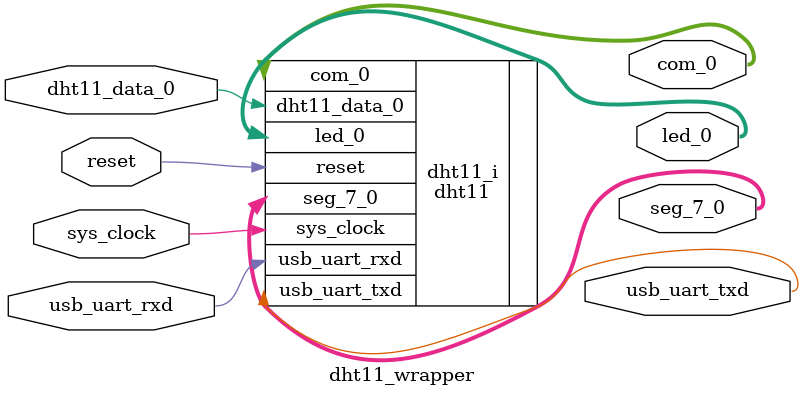
<source format=v>
`timescale 1 ps / 1 ps

module dht11_wrapper
   (com_0,
    dht11_data_0,
    led_0,
    reset,
    seg_7_0,
    sys_clock,
    usb_uart_rxd,
    usb_uart_txd);
  output [3:0]com_0;
  inout dht11_data_0;
  output [15:0]led_0;
  input reset;
  output [7:0]seg_7_0;
  input sys_clock;
  input usb_uart_rxd;
  output usb_uart_txd;

  wire [3:0]com_0;
  wire dht11_data_0;
  wire [15:0]led_0;
  wire reset;
  wire [7:0]seg_7_0;
  wire sys_clock;
  wire usb_uart_rxd;
  wire usb_uart_txd;

  dht11 dht11_i
       (.com_0(com_0),
        .dht11_data_0(dht11_data_0),
        .led_0(led_0),
        .reset(reset),
        .seg_7_0(seg_7_0),
        .sys_clock(sys_clock),
        .usb_uart_rxd(usb_uart_rxd),
        .usb_uart_txd(usb_uart_txd));
endmodule

</source>
